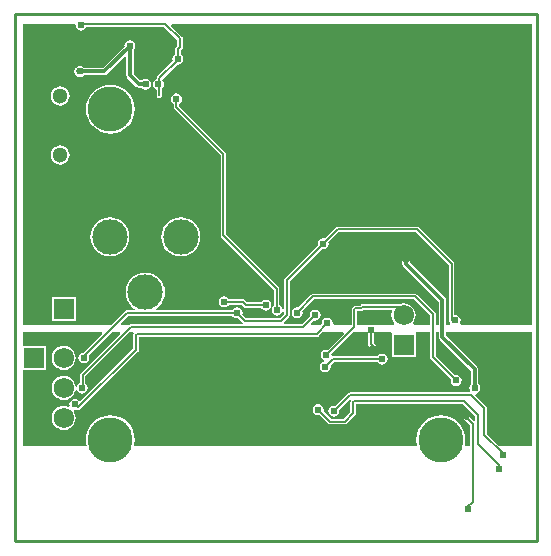
<source format=gbl>
G04*
G04 #@! TF.GenerationSoftware,Altium Limited,Altium Designer,19.1.7 (138)*
G04*
G04 Layer_Physical_Order=2*
G04 Layer_Color=16711680*
%FSLAX44Y44*%
%MOMM*%
G71*
G01*
G75*
%ADD10C,0.2540*%
%ADD76C,0.1524*%
%ADD77C,0.3000*%
%ADD79C,3.0000*%
%ADD80C,1.3000*%
%ADD81C,1.7250*%
%ADD82R,1.7250X1.7250*%
%ADD83R,1.7250X1.7250*%
%ADD84C,0.6096*%
%ADD85C,1.2700*%
%ADD86C,0.5000*%
%ADD87C,3.8100*%
G36*
X57613Y-291033D02*
Y-338074D01*
X57791Y-338966D01*
X58296Y-339722D01*
X58835Y-340083D01*
X58961Y-340270D01*
X58282Y-341540D01*
X55153D01*
Y-320802D01*
X54918Y-319622D01*
X54250Y-318622D01*
X54250Y-318622D01*
X24419Y-288791D01*
Y-282702D01*
X24185Y-281522D01*
X23516Y-280522D01*
X22516Y-279853D01*
X21336Y-279619D01*
X20156Y-279853D01*
X19156Y-280522D01*
X18487Y-281522D01*
X18253Y-282702D01*
Y-290068D01*
X18253Y-290068D01*
X18487Y-291248D01*
X19156Y-292248D01*
X48987Y-322079D01*
Y-341540D01*
X46527D01*
Y-332617D01*
X46349Y-331725D01*
X45844Y-330969D01*
X30981Y-316106D01*
X30225Y-315601D01*
X29333Y-315423D01*
X-57150D01*
X-58042Y-315601D01*
X-58798Y-316106D01*
X-69727Y-327035D01*
X-70866Y-326808D01*
X-72650Y-327163D01*
X-74162Y-328174D01*
X-75173Y-329686D01*
X-75528Y-331470D01*
X-75173Y-333254D01*
X-74162Y-334766D01*
X-72650Y-335777D01*
X-70866Y-336132D01*
X-69082Y-335777D01*
X-67570Y-334766D01*
X-66559Y-333254D01*
X-66204Y-331470D01*
X-66431Y-330331D01*
X-56185Y-320085D01*
X28368D01*
X41865Y-333582D01*
Y-341540D01*
X27724D01*
X27098Y-340270D01*
X28169Y-338874D01*
X29192Y-336405D01*
X29541Y-333756D01*
X29192Y-331107D01*
X28169Y-328638D01*
X26542Y-326518D01*
X24422Y-324891D01*
X21953Y-323868D01*
X19304Y-323519D01*
X16655Y-323868D01*
X15580Y-324313D01*
X-15494D01*
X-16386Y-324491D01*
X-17142Y-324996D01*
X-17729Y-325583D01*
X-21459D01*
X-22351Y-325761D01*
X-23107Y-326266D01*
X-24000Y-327159D01*
X-24505Y-327915D01*
X-24683Y-328807D01*
Y-341540D01*
X-39784D01*
X-40590Y-340559D01*
X-40550Y-340360D01*
X-40905Y-338576D01*
X-41916Y-337064D01*
X-43428Y-336053D01*
X-45212Y-335698D01*
X-46996Y-336053D01*
X-48508Y-337064D01*
X-49519Y-338576D01*
X-49874Y-340360D01*
X-50934Y-341540D01*
X-58709D01*
X-59195Y-340367D01*
X-56765Y-337937D01*
X-55626Y-338164D01*
X-53842Y-337809D01*
X-52330Y-336798D01*
X-51319Y-335286D01*
X-50964Y-333502D01*
X-51319Y-331718D01*
X-52330Y-330206D01*
X-53842Y-329195D01*
X-55626Y-328840D01*
X-57410Y-329195D01*
X-58922Y-330206D01*
X-59933Y-331718D01*
X-60288Y-333502D01*
X-60061Y-334641D01*
X-66497Y-341077D01*
X-81725D01*
X-82251Y-339807D01*
X-77854Y-335410D01*
X-77349Y-334654D01*
X-77171Y-333762D01*
Y-304749D01*
X-49907Y-277485D01*
X-48768Y-277712D01*
X-46984Y-277357D01*
X-45472Y-276346D01*
X-44461Y-274834D01*
X-44106Y-273050D01*
X-44333Y-271911D01*
X-35610Y-263189D01*
X29769D01*
X57613Y-291033D01*
D02*
G37*
G36*
X-124962Y-335020D02*
X-123450Y-336031D01*
X-121666Y-336386D01*
X-120527Y-336159D01*
X-116879Y-339807D01*
X-117405Y-341077D01*
X-211582D01*
X-212474Y-341255D01*
X-212902Y-341540D01*
X-219745D01*
X-220231Y-340367D01*
X-213943Y-334079D01*
X-125591D01*
X-124962Y-335020D01*
D02*
G37*
G36*
X9862Y-330031D02*
X9416Y-331107D01*
X9067Y-333756D01*
X9416Y-336405D01*
X10439Y-338874D01*
X11510Y-340270D01*
X10884Y-341540D01*
X-20021D01*
Y-330245D01*
X-16764D01*
X-15872Y-330067D01*
X-15116Y-329562D01*
X-14529Y-328975D01*
X9156D01*
X9862Y-330031D01*
D02*
G37*
G36*
X-258779Y-87376D02*
X-258154Y-88138D01*
X-257799Y-89922D01*
X-256788Y-91434D01*
X-255276Y-92445D01*
X-253492Y-92800D01*
X-251708Y-92445D01*
X-250196Y-91434D01*
X-249185Y-89922D01*
X-249041Y-89199D01*
X-183337D01*
X-172257Y-100279D01*
Y-105858D01*
X-173352Y-106953D01*
X-173857Y-107710D01*
X-174035Y-108601D01*
Y-112899D01*
X-175000Y-113544D01*
X-176011Y-115056D01*
X-176366Y-116840D01*
X-176055Y-118403D01*
X-189100Y-131448D01*
X-189605Y-132204D01*
X-189783Y-133096D01*
Y-133827D01*
X-189998Y-133869D01*
X-191510Y-134880D01*
X-192521Y-136392D01*
X-192876Y-138176D01*
X-192521Y-139960D01*
X-191510Y-141472D01*
X-189998Y-142483D01*
X-189783Y-142526D01*
Y-147574D01*
X-189605Y-148466D01*
X-189100Y-149222D01*
X-188344Y-149727D01*
X-187452Y-149905D01*
X-186560Y-149727D01*
X-185804Y-149222D01*
X-185299Y-148466D01*
X-185121Y-147574D01*
Y-141608D01*
X-184918Y-141472D01*
X-183907Y-139960D01*
X-183552Y-138176D01*
X-183907Y-136392D01*
X-184918Y-134880D01*
X-184693Y-133633D01*
X-172419Y-121359D01*
X-171704Y-121502D01*
X-169920Y-121147D01*
X-168408Y-120136D01*
X-167397Y-118624D01*
X-167042Y-116840D01*
X-167397Y-115056D01*
X-168408Y-113544D01*
X-169373Y-112899D01*
Y-109567D01*
X-168278Y-108471D01*
X-167773Y-107715D01*
X-167595Y-106823D01*
Y-99314D01*
X-167773Y-98422D01*
X-168278Y-97666D01*
X-177395Y-88549D01*
X-176908Y-87376D01*
X127762Y-87376D01*
X127762Y-341540D01*
X67702D01*
X67023Y-340270D01*
X67299Y-339858D01*
X67654Y-338074D01*
X67299Y-336290D01*
X66288Y-334778D01*
X64776Y-333767D01*
X62992Y-333412D01*
X62275Y-332824D01*
Y-290068D01*
X62097Y-289176D01*
X61592Y-288420D01*
X32382Y-259210D01*
X31626Y-258705D01*
X30734Y-258527D01*
X-36576D01*
X-37468Y-258705D01*
X-38224Y-259210D01*
X-47629Y-268615D01*
X-48768Y-268388D01*
X-50552Y-268743D01*
X-52064Y-269754D01*
X-53075Y-271266D01*
X-53430Y-273050D01*
X-53203Y-274189D01*
X-81150Y-302136D01*
X-81655Y-302892D01*
X-81833Y-303784D01*
Y-328280D01*
X-83103Y-328405D01*
X-83235Y-327743D01*
X-84245Y-326231D01*
X-85757Y-325220D01*
X-85884Y-325195D01*
Y-311073D01*
X-86061Y-310181D01*
X-86566Y-309425D01*
X-130949Y-265043D01*
Y-197175D01*
X-131126Y-196283D01*
X-131631Y-195527D01*
X-170671Y-156487D01*
Y-154426D01*
X-169705Y-153781D01*
X-168695Y-152269D01*
X-168340Y-150485D01*
X-168695Y-148701D01*
X-169705Y-147189D01*
X-171218Y-146178D01*
X-173001Y-145823D01*
X-174785Y-146178D01*
X-176298Y-147189D01*
X-177308Y-148701D01*
X-177663Y-150485D01*
X-177308Y-152269D01*
X-176298Y-153781D01*
X-175332Y-154426D01*
Y-157452D01*
X-175155Y-158344D01*
X-174650Y-159101D01*
X-135610Y-198140D01*
Y-266009D01*
X-135433Y-266901D01*
X-134928Y-267657D01*
X-90545Y-312039D01*
Y-326035D01*
X-90837Y-326231D01*
X-91848Y-327743D01*
X-92203Y-329527D01*
X-91848Y-331311D01*
X-90837Y-332823D01*
X-89325Y-333833D01*
X-87541Y-334188D01*
X-85757Y-333833D01*
X-84245Y-332823D01*
X-83235Y-331311D01*
X-83103Y-330648D01*
X-81833Y-330773D01*
Y-332796D01*
X-85288Y-336251D01*
X-113843D01*
X-117231Y-332863D01*
X-117004Y-331724D01*
X-117359Y-329940D01*
X-118370Y-328428D01*
X-119882Y-327417D01*
X-121666Y-327062D01*
X-123450Y-327417D01*
X-124962Y-328428D01*
X-125623Y-329417D01*
X-190150D01*
X-190458Y-328185D01*
X-190137Y-328014D01*
X-187621Y-325949D01*
X-185556Y-323433D01*
X-184022Y-320562D01*
X-183077Y-317447D01*
X-182758Y-314208D01*
X-183077Y-310969D01*
X-184022Y-307854D01*
X-185556Y-304983D01*
X-187621Y-302467D01*
X-190137Y-300402D01*
X-193008Y-298868D01*
X-196123Y-297923D01*
X-199362Y-297604D01*
X-202601Y-297923D01*
X-205716Y-298868D01*
X-208587Y-300402D01*
X-211103Y-302467D01*
X-213168Y-304983D01*
X-214702Y-307854D01*
X-215647Y-310969D01*
X-215966Y-314208D01*
X-215647Y-317447D01*
X-214702Y-320562D01*
X-213168Y-323433D01*
X-211103Y-325949D01*
X-208587Y-328014D01*
X-208266Y-328185D01*
X-208574Y-329417D01*
X-214908D01*
X-215800Y-329595D01*
X-216556Y-330100D01*
X-227997Y-341540D01*
X-303022D01*
X-303022Y-87376D01*
X-258779D01*
D02*
G37*
G36*
X48987Y-352044D02*
X48987Y-352044D01*
X49222Y-353224D01*
X49890Y-354224D01*
X76419Y-380753D01*
Y-392039D01*
X76206Y-392182D01*
X75195Y-393694D01*
X74840Y-395478D01*
X75195Y-397262D01*
X75501Y-397719D01*
X74822Y-398989D01*
X-26162D01*
X-27054Y-399167D01*
X-27810Y-399672D01*
X-38485Y-410347D01*
X-39624Y-410120D01*
X-41408Y-410475D01*
X-42920Y-411486D01*
X-43931Y-412998D01*
X-44286Y-414782D01*
X-43931Y-416566D01*
X-42920Y-418078D01*
X-41408Y-419089D01*
X-39624Y-419444D01*
X-37840Y-419089D01*
X-36328Y-418078D01*
X-35317Y-416566D01*
X-34962Y-414782D01*
X-35189Y-413643D01*
X-26081Y-404535D01*
X-25943Y-404562D01*
X-25885Y-404614D01*
X-25400Y-405965D01*
X-25521Y-406147D01*
X-25699Y-407039D01*
Y-415849D01*
X-31191Y-421341D01*
X-41707D01*
X-48397Y-414651D01*
X-48170Y-413512D01*
X-48525Y-411728D01*
X-49536Y-410216D01*
X-51048Y-409205D01*
X-52832Y-408850D01*
X-54616Y-409205D01*
X-56128Y-410216D01*
X-57139Y-411728D01*
X-57494Y-413512D01*
X-57139Y-415296D01*
X-56128Y-416808D01*
X-54616Y-417819D01*
X-52832Y-418174D01*
X-51693Y-417947D01*
X-44320Y-425320D01*
X-43564Y-425825D01*
X-42672Y-426003D01*
X-30226D01*
X-29334Y-425825D01*
X-28578Y-425320D01*
X-21720Y-418462D01*
X-21215Y-417706D01*
X-21037Y-416814D01*
Y-408477D01*
X69557D01*
X79965Y-418885D01*
Y-422599D01*
X78695Y-423125D01*
X74038Y-418468D01*
X73282Y-417963D01*
X72390Y-417785D01*
X71498Y-417963D01*
X70742Y-418468D01*
X70237Y-419224D01*
X70059Y-420116D01*
X70237Y-421008D01*
X70742Y-421764D01*
X75647Y-426669D01*
Y-444500D01*
X71783D01*
X71026Y-443480D01*
X71140Y-443103D01*
X71538Y-439070D01*
X71140Y-435037D01*
X69964Y-431159D01*
X68053Y-427584D01*
X65482Y-424452D01*
X62350Y-421881D01*
X58775Y-419970D01*
X54897Y-418794D01*
X50864Y-418396D01*
X46831Y-418794D01*
X42953Y-419970D01*
X39378Y-421881D01*
X36246Y-424452D01*
X33675Y-427584D01*
X31764Y-431159D01*
X30588Y-435037D01*
X30190Y-439070D01*
X30588Y-443103D01*
X30702Y-443480D01*
X29945Y-444500D01*
X-207975Y-444500D01*
X-208732Y-443480D01*
X-208618Y-443103D01*
X-208221Y-439070D01*
X-208618Y-435037D01*
X-209794Y-431159D01*
X-211705Y-427584D01*
X-214276Y-424452D01*
X-217408Y-421881D01*
X-220983Y-419970D01*
X-224861Y-418794D01*
X-228894Y-418396D01*
X-232927Y-418794D01*
X-236805Y-419970D01*
X-240380Y-421881D01*
X-243512Y-424452D01*
X-246083Y-427584D01*
X-247994Y-431159D01*
X-249170Y-435037D01*
X-249568Y-439070D01*
X-249170Y-443103D01*
X-249056Y-443480D01*
X-249813Y-444500D01*
X-302514D01*
Y-379973D01*
X-283729D01*
Y-359675D01*
X-302514D01*
Y-347980D01*
X-236096D01*
X-235610Y-349153D01*
X-251658Y-365202D01*
X-253244Y-365517D01*
X-254756Y-366528D01*
X-255767Y-368040D01*
X-256122Y-369824D01*
X-255767Y-371608D01*
X-254756Y-373120D01*
X-253244Y-374131D01*
X-251460Y-374486D01*
X-249676Y-374131D01*
X-248164Y-373120D01*
X-247153Y-371608D01*
X-246798Y-369824D01*
X-247153Y-368040D01*
X-247454Y-367590D01*
X-227844Y-347980D01*
X-221110D01*
X-220624Y-349153D01*
X-254124Y-382654D01*
X-254629Y-383410D01*
X-254807Y-384302D01*
Y-391367D01*
X-256026Y-392182D01*
X-257037Y-393694D01*
X-257112Y-394073D01*
X-258398Y-394031D01*
X-258590Y-392575D01*
X-259613Y-390106D01*
X-261240Y-387986D01*
X-263360Y-386359D01*
X-265829Y-385336D01*
X-268478Y-384987D01*
X-271127Y-385336D01*
X-273596Y-386359D01*
X-275716Y-387986D01*
X-277343Y-390106D01*
X-278366Y-392575D01*
X-278715Y-395224D01*
X-278366Y-397873D01*
X-277343Y-400342D01*
X-275716Y-402462D01*
X-273596Y-404089D01*
X-271127Y-405112D01*
X-268478Y-405461D01*
X-265829Y-405112D01*
X-263360Y-404089D01*
X-261240Y-402462D01*
X-259613Y-400342D01*
X-258590Y-397873D01*
X-258439Y-396723D01*
X-257152Y-396681D01*
X-257037Y-397262D01*
X-256026Y-398774D01*
X-254514Y-399785D01*
X-252730Y-400140D01*
X-250946Y-399785D01*
X-249434Y-398774D01*
X-248423Y-397262D01*
X-248068Y-395478D01*
X-248423Y-393694D01*
X-249434Y-392182D01*
X-250145Y-391706D01*
Y-385267D01*
X-212858Y-347980D01*
X-209874D01*
X-209247Y-349250D01*
X-209417Y-349505D01*
X-209595Y-350397D01*
Y-361746D01*
X-254260Y-406412D01*
X-255524Y-406287D01*
X-255784Y-405898D01*
X-257296Y-404887D01*
X-259080Y-404532D01*
X-260864Y-404887D01*
X-262376Y-405898D01*
X-263387Y-407410D01*
X-263742Y-409194D01*
X-263518Y-410319D01*
X-264627Y-411234D01*
X-265829Y-410736D01*
X-268478Y-410387D01*
X-271127Y-410736D01*
X-273596Y-411759D01*
X-275716Y-413386D01*
X-277343Y-415506D01*
X-278366Y-417975D01*
X-278715Y-420624D01*
X-278366Y-423273D01*
X-277343Y-425742D01*
X-275716Y-427862D01*
X-273596Y-429489D01*
X-271127Y-430512D01*
X-268478Y-430861D01*
X-265829Y-430512D01*
X-263360Y-429489D01*
X-261240Y-427862D01*
X-259613Y-425742D01*
X-258590Y-423273D01*
X-258241Y-420624D01*
X-258590Y-417975D01*
X-259613Y-415506D01*
X-260030Y-414961D01*
X-259314Y-413809D01*
X-259080Y-413856D01*
X-257414Y-413524D01*
X-257055Y-413764D01*
X-256163Y-413941D01*
X-255271Y-413764D01*
X-254515Y-413259D01*
X-254515Y-413259D01*
X-205616Y-364360D01*
X-205111Y-363604D01*
X-204933Y-362712D01*
Y-351835D01*
X-54356D01*
X-53464Y-351657D01*
X-52708Y-351152D01*
X-49536Y-347980D01*
X-31626D01*
X-31140Y-349153D01*
X-45089Y-363103D01*
X-46228Y-362876D01*
X-48012Y-363231D01*
X-49524Y-364242D01*
X-50535Y-365754D01*
X-50890Y-367538D01*
X-50535Y-369322D01*
X-49524Y-370834D01*
X-48189Y-371726D01*
X-48168Y-372447D01*
X-48323Y-373048D01*
X-48774Y-373137D01*
X-50286Y-374148D01*
X-51297Y-375660D01*
X-51652Y-377444D01*
X-51297Y-379228D01*
X-50286Y-380740D01*
X-48774Y-381751D01*
X-46990Y-382106D01*
X-45206Y-381751D01*
X-43694Y-380740D01*
X-42683Y-379228D01*
X-42328Y-377444D01*
X-42555Y-376305D01*
X-39420Y-373171D01*
X-2671D01*
X-2026Y-374136D01*
X-514Y-375147D01*
X1270Y-375502D01*
X3054Y-375147D01*
X4566Y-374136D01*
X5577Y-372624D01*
X5932Y-370840D01*
X5577Y-369056D01*
X4566Y-367544D01*
X3054Y-366533D01*
X1270Y-366178D01*
X-514Y-366533D01*
X-2026Y-367544D01*
X-2671Y-368509D01*
X-40386D01*
X-40468Y-368526D01*
X-41538Y-367564D01*
X-41736Y-366342D01*
X-23374Y-347980D01*
X-10713D01*
Y-358394D01*
X-10535Y-359286D01*
X-10030Y-360042D01*
X-8657Y-361415D01*
X-8757Y-361566D01*
X-8935Y-362458D01*
X-8757Y-363350D01*
X-8252Y-364106D01*
X-7496Y-364611D01*
X-6604Y-364789D01*
X-5712Y-364611D01*
X-4956Y-364106D01*
X-4444Y-363594D01*
X-3939Y-362838D01*
X-3762Y-361946D01*
Y-360684D01*
X-3939Y-359792D01*
X-4444Y-359036D01*
X-6051Y-357429D01*
Y-347980D01*
X8568D01*
X9155Y-349250D01*
Y-369305D01*
X29453D01*
Y-349250D01*
X29453Y-349007D01*
X30040Y-347980D01*
X41865D01*
Y-369062D01*
X42043Y-369954D01*
X42548Y-370710D01*
X59573Y-387735D01*
X59346Y-388874D01*
X59701Y-390658D01*
X60712Y-392170D01*
X62224Y-393181D01*
X64008Y-393536D01*
X65792Y-393181D01*
X67304Y-392170D01*
X68315Y-390658D01*
X68670Y-388874D01*
X68315Y-387090D01*
X67304Y-385578D01*
X65792Y-384567D01*
X64008Y-384212D01*
X62869Y-384439D01*
X46527Y-368097D01*
Y-347980D01*
X48987D01*
Y-352044D01*
D02*
G37*
G36*
X127857Y-444500D02*
X100324D01*
X89707Y-433883D01*
Y-412247D01*
X89529Y-411355D01*
X89024Y-410599D01*
X79800Y-401375D01*
X80218Y-399997D01*
X81286Y-399785D01*
X82798Y-398774D01*
X83809Y-397262D01*
X84164Y-395478D01*
X83809Y-393694D01*
X82798Y-392182D01*
X82585Y-392039D01*
Y-379476D01*
X82585Y-379476D01*
X82351Y-378296D01*
X81682Y-377296D01*
X81682Y-377296D01*
X55153Y-350767D01*
Y-347980D01*
X127857D01*
Y-444500D01*
D02*
G37*
%LPC*%
G36*
X-212344Y-100748D02*
X-214128Y-101103D01*
X-215640Y-102114D01*
X-216651Y-103626D01*
X-217006Y-105410D01*
X-216956Y-105661D01*
X-235211Y-123917D01*
X-251527D01*
X-252978Y-122947D01*
X-254762Y-122592D01*
X-256546Y-122947D01*
X-258058Y-123958D01*
X-258565Y-124716D01*
X-258720Y-124820D01*
X-259389Y-125820D01*
X-259406Y-125908D01*
X-259709Y-126362D01*
X-259887Y-127254D01*
X-259709Y-128146D01*
X-259204Y-128902D01*
X-259079Y-128986D01*
X-259069Y-129038D01*
X-258058Y-130550D01*
X-256546Y-131561D01*
X-254762Y-131916D01*
X-252978Y-131561D01*
X-251466Y-130550D01*
X-251154Y-130083D01*
X-233934D01*
X-233934Y-130083D01*
X-232754Y-129848D01*
X-231754Y-129180D01*
X-216601Y-114027D01*
X-215427Y-114513D01*
Y-130302D01*
X-215427Y-130302D01*
X-215193Y-131482D01*
X-214524Y-132482D01*
X-206904Y-140102D01*
X-205904Y-140771D01*
X-204724Y-141005D01*
X-204724Y-141005D01*
X-202744D01*
X-202432Y-141472D01*
X-200920Y-142483D01*
X-199136Y-142838D01*
X-197352Y-142483D01*
X-195840Y-141472D01*
X-194829Y-139960D01*
X-194474Y-138176D01*
X-194829Y-136392D01*
X-195840Y-134880D01*
X-197352Y-133869D01*
X-199136Y-133514D01*
X-200920Y-133869D01*
X-202371Y-134839D01*
X-203447D01*
X-209261Y-129025D01*
Y-108848D01*
X-209048Y-108706D01*
X-208037Y-107194D01*
X-207682Y-105410D01*
X-208037Y-103626D01*
X-209048Y-102114D01*
X-210560Y-101103D01*
X-212344Y-100748D01*
D02*
G37*
G36*
X-271472Y-139881D02*
X-273567Y-140156D01*
X-275519Y-140965D01*
X-277195Y-142251D01*
X-278481Y-143927D01*
X-279289Y-145879D01*
X-279565Y-147974D01*
X-279289Y-150069D01*
X-278481Y-152021D01*
X-277195Y-153697D01*
X-275519Y-154983D01*
X-273567Y-155792D01*
X-271472Y-156067D01*
X-269377Y-155792D01*
X-267425Y-154983D01*
X-265749Y-153697D01*
X-264463Y-152021D01*
X-263654Y-150069D01*
X-263379Y-147974D01*
X-263654Y-145879D01*
X-264463Y-143927D01*
X-265749Y-142251D01*
X-267425Y-140965D01*
X-269377Y-140156D01*
X-271472Y-139881D01*
D02*
G37*
G36*
X-228890Y-138433D02*
X-232923Y-138830D01*
X-236801Y-140006D01*
X-240376Y-141917D01*
X-243508Y-144488D01*
X-246079Y-147620D01*
X-247990Y-151195D01*
X-249166Y-155073D01*
X-249564Y-159106D01*
X-249166Y-163139D01*
X-247990Y-167017D01*
X-246079Y-170592D01*
X-243508Y-173724D01*
X-240376Y-176295D01*
X-236801Y-178206D01*
X-232923Y-179382D01*
X-228890Y-179779D01*
X-224857Y-179382D01*
X-220979Y-178206D01*
X-217404Y-176295D01*
X-214272Y-173724D01*
X-211701Y-170592D01*
X-209790Y-167017D01*
X-208614Y-163139D01*
X-208216Y-159106D01*
X-208614Y-155073D01*
X-209790Y-151195D01*
X-211701Y-147620D01*
X-214272Y-144488D01*
X-217404Y-141917D01*
X-220979Y-140006D01*
X-224857Y-138830D01*
X-228890Y-138433D01*
D02*
G37*
G36*
X-271472Y-189881D02*
X-273567Y-190156D01*
X-275519Y-190965D01*
X-277195Y-192251D01*
X-278481Y-193927D01*
X-279289Y-195879D01*
X-279565Y-197974D01*
X-279289Y-200069D01*
X-278481Y-202021D01*
X-277195Y-203697D01*
X-275519Y-204983D01*
X-273567Y-205791D01*
X-271472Y-206067D01*
X-269377Y-205791D01*
X-267425Y-204983D01*
X-265749Y-203697D01*
X-264463Y-202021D01*
X-263654Y-200069D01*
X-263379Y-197974D01*
X-263654Y-195879D01*
X-264463Y-193927D01*
X-265749Y-192251D01*
X-267425Y-190965D01*
X-269377Y-190156D01*
X-271472Y-189881D01*
D02*
G37*
G36*
X-169362Y-250604D02*
X-172601Y-250923D01*
X-175716Y-251868D01*
X-178587Y-253402D01*
X-181103Y-255467D01*
X-183168Y-257983D01*
X-184702Y-260854D01*
X-185647Y-263969D01*
X-185966Y-267208D01*
X-185647Y-270447D01*
X-184702Y-273562D01*
X-183168Y-276433D01*
X-181103Y-278949D01*
X-178587Y-281014D01*
X-175716Y-282548D01*
X-172601Y-283493D01*
X-169362Y-283812D01*
X-166123Y-283493D01*
X-163008Y-282548D01*
X-160137Y-281014D01*
X-157621Y-278949D01*
X-155556Y-276433D01*
X-154022Y-273562D01*
X-153077Y-270447D01*
X-152758Y-267208D01*
X-153077Y-263969D01*
X-154022Y-260854D01*
X-155556Y-257983D01*
X-157621Y-255467D01*
X-160137Y-253402D01*
X-163008Y-251868D01*
X-166123Y-250923D01*
X-169362Y-250604D01*
D02*
G37*
G36*
X-229362D02*
X-232601Y-250923D01*
X-235716Y-251868D01*
X-238587Y-253402D01*
X-241103Y-255467D01*
X-243168Y-257983D01*
X-244702Y-260854D01*
X-245647Y-263969D01*
X-245966Y-267208D01*
X-245647Y-270447D01*
X-244702Y-273562D01*
X-243168Y-276433D01*
X-241103Y-278949D01*
X-238587Y-281014D01*
X-235716Y-282548D01*
X-232601Y-283493D01*
X-229362Y-283812D01*
X-226123Y-283493D01*
X-223008Y-282548D01*
X-220137Y-281014D01*
X-217621Y-278949D01*
X-215556Y-276433D01*
X-214022Y-273562D01*
X-213077Y-270447D01*
X-212758Y-267208D01*
X-213077Y-263969D01*
X-214022Y-260854D01*
X-215556Y-257983D01*
X-217621Y-255467D01*
X-220137Y-253402D01*
X-223008Y-251868D01*
X-226123Y-250923D01*
X-229362Y-250604D01*
D02*
G37*
G36*
X-132588Y-317664D02*
X-134372Y-318019D01*
X-135884Y-319030D01*
X-136895Y-320542D01*
X-137250Y-322326D01*
X-136895Y-324110D01*
X-135884Y-325622D01*
X-134372Y-326633D01*
X-132588Y-326988D01*
X-130804Y-326633D01*
X-129292Y-325622D01*
X-128647Y-324657D01*
X-117805D01*
X-115694Y-326768D01*
X-114938Y-327273D01*
X-114046Y-327451D01*
X-101223D01*
X-100578Y-328416D01*
X-99066Y-329427D01*
X-97282Y-329782D01*
X-95498Y-329427D01*
X-93986Y-328416D01*
X-92975Y-326904D01*
X-92620Y-325120D01*
X-92975Y-323336D01*
X-93986Y-321824D01*
X-95498Y-320813D01*
X-97282Y-320458D01*
X-99066Y-320813D01*
X-100578Y-321824D01*
X-101223Y-322789D01*
X-113081D01*
X-115192Y-320678D01*
X-115948Y-320173D01*
X-116840Y-319995D01*
X-128647D01*
X-129292Y-319030D01*
X-130804Y-318019D01*
X-132588Y-317664D01*
D02*
G37*
G36*
X-258075Y-318527D02*
X-278373D01*
Y-338825D01*
X-258075D01*
Y-318527D01*
D02*
G37*
G36*
X-268478Y-359587D02*
X-271127Y-359936D01*
X-273596Y-360959D01*
X-275716Y-362586D01*
X-277343Y-364706D01*
X-278366Y-367175D01*
X-278715Y-369824D01*
X-278366Y-372473D01*
X-277343Y-374942D01*
X-275716Y-377062D01*
X-273596Y-378689D01*
X-271127Y-379712D01*
X-268478Y-380061D01*
X-265829Y-379712D01*
X-263360Y-378689D01*
X-261240Y-377062D01*
X-259613Y-374942D01*
X-258590Y-372473D01*
X-258241Y-369824D01*
X-258590Y-367175D01*
X-259613Y-364706D01*
X-261240Y-362586D01*
X-263360Y-360959D01*
X-265829Y-359936D01*
X-268478Y-359587D01*
D02*
G37*
%LPD*%
D10*
X-310000Y-79000D02*
X132000D01*
X-310000Y-525000D02*
Y-79000D01*
X132000Y-525000D02*
Y-79000D01*
X-310000Y-525000D02*
X132000D01*
D76*
X-173001Y-157452D02*
X-133279Y-197175D01*
X-173001Y-157452D02*
Y-150485D01*
X-133279Y-266009D02*
Y-197175D01*
X-253492Y-88138D02*
X-252046D01*
X-250776Y-86868D01*
X-182372D01*
X44196Y-369062D02*
Y-332617D01*
Y-369062D02*
X64008Y-388874D01*
X30734Y-260858D02*
X59944Y-290068D01*
X-36576Y-260858D02*
X30734D01*
X59944Y-338074D02*
Y-290068D01*
Y-338074D02*
X62992D01*
X-48768Y-273050D02*
X-36576Y-260858D01*
X73402Y-497582D02*
X73914Y-498094D01*
X73402Y-497582D02*
Y-496320D01*
X77978Y-491744D01*
Y-425704D01*
X72390Y-420116D02*
X77978Y-425704D01*
X100330Y-464058D02*
Y-460756D01*
X82296Y-442722D02*
X100330Y-460756D01*
X82296Y-442722D02*
Y-417920D01*
X-6604Y-362458D02*
X-6092Y-361946D01*
Y-360684D01*
X-8382Y-358394D02*
X-6092Y-360684D01*
X-40386Y-370840D02*
X1270D01*
X-46990Y-377444D02*
X-40386Y-370840D01*
X-8382Y-358394D02*
Y-346456D01*
X-79502Y-333762D02*
Y-303784D01*
X-84322Y-338582D02*
X-79502Y-333762D01*
X-114808Y-338582D02*
X-84322D01*
X-88215Y-328853D02*
X-87541Y-329527D01*
X-88215Y-328853D02*
Y-311073D01*
X-251968Y-369316D02*
X-251460Y-369824D01*
X-251968Y-369316D02*
Y-368808D01*
X-252476Y-384302D02*
X-211582Y-343408D01*
X-252476Y-395224D02*
Y-384302D01*
X-211582Y-343408D02*
X-65532D01*
X-251968Y-368808D02*
X-214908Y-331748D01*
X-121690D01*
X-121666Y-331724D01*
X-114808Y-338582D01*
X-79502Y-303784D02*
X-48768Y-273050D01*
X-65532Y-343408D02*
X-55626Y-333502D01*
X-206371Y-349504D02*
X-54356D01*
X29333Y-317754D02*
X44196Y-332617D01*
X-26162Y-401320D02*
X76449D01*
X-22475Y-406146D02*
X70522D01*
X76449Y-401320D02*
X87376Y-412247D01*
X-23368Y-407039D02*
X-22475Y-406146D01*
X70522D02*
X82296Y-417920D01*
X-39624Y-414782D02*
X-26162Y-401320D01*
X-23368Y-416814D02*
Y-407039D01*
X87376Y-434848D02*
Y-412247D01*
X-42672Y-423672D02*
X-30226D01*
X-23368Y-416814D01*
X87376Y-434848D02*
X103124Y-450596D01*
Y-451866D02*
Y-450596D01*
X-57150Y-317754D02*
X29333D01*
X-70866Y-331470D02*
X-57150Y-317754D01*
X-52832Y-413512D02*
X-42672Y-423672D01*
X-133279Y-266009D02*
X-88215Y-311073D01*
X-132588Y-322326D02*
X-116840D01*
X-256163Y-411611D02*
X-207264Y-362712D01*
Y-350397D02*
X-206371Y-349504D01*
X-207264Y-362712D02*
Y-350397D01*
X-54356Y-349504D02*
X-45212Y-340360D01*
X-116840Y-322326D02*
X-114046Y-325120D01*
X-97282D01*
X16256Y-326644D02*
X19304Y-329692D01*
Y-333756D02*
Y-329692D01*
X-15494Y-326644D02*
X16256D01*
X-16764Y-327914D02*
X-15494Y-326644D01*
X-21459Y-327914D02*
X-16764D01*
X-22352Y-328807D02*
X-21459Y-327914D01*
X-22352Y-343662D02*
Y-328807D01*
X-46228Y-367538D02*
X-22352Y-343662D01*
X-258580Y-409194D02*
X-256163Y-411611D01*
X-259080Y-409194D02*
X-258580D01*
X-252730Y-395478D02*
X-252476Y-395224D01*
X-171704Y-117348D02*
Y-116840D01*
X-187452Y-133096D02*
X-171704Y-117348D01*
Y-116840D02*
Y-108601D01*
X-169926Y-106823D02*
Y-99314D01*
X-171704Y-108601D02*
X-169926Y-106823D01*
X-182372Y-86868D02*
X-169926Y-99314D01*
X-187452Y-147574D02*
Y-133096D01*
X-257556Y-127254D02*
X-256794D01*
X-256540Y-127000D01*
D77*
X-204724Y-137922D02*
X-199390D01*
X-199136Y-138176D01*
X-212344Y-130302D02*
X-204724Y-137922D01*
X-256540Y-127000D02*
X-233934D01*
X21336Y-290068D02*
Y-282702D01*
Y-290068D02*
X52070Y-320802D01*
Y-352044D02*
Y-320802D01*
Y-352044D02*
X79502Y-379476D01*
Y-395478D02*
Y-379476D01*
X-212344Y-130302D02*
Y-105410D01*
X-233934Y-127000D02*
X-212344Y-105410D01*
D79*
X-169362Y-267208D02*
D03*
X-229362D02*
D03*
X-199362Y-314208D02*
D03*
D80*
X-271472Y-197974D02*
D03*
Y-172974D02*
D03*
Y-147974D02*
D03*
D81*
X-268478Y-420624D02*
D03*
X-293878D02*
D03*
X-268478Y-395224D02*
D03*
X-293878D02*
D03*
X-268478Y-369824D02*
D03*
X19304Y-333756D02*
D03*
X-293624Y-328676D02*
D03*
D82*
X-293878Y-369824D02*
D03*
X19304Y-359156D02*
D03*
D83*
X-268224Y-328676D02*
D03*
D84*
X-173001Y-150485D02*
D03*
X-188214Y-138176D02*
D03*
X-199136D02*
D03*
X-253492Y-88138D02*
D03*
X64008Y-388874D02*
D03*
X73914Y-498094D02*
D03*
X-6604Y-362458D02*
D03*
X-8382Y-346456D02*
D03*
X1270Y-370840D02*
D03*
X-87541Y-329527D02*
D03*
X-251460Y-369824D02*
D03*
X-121666Y-331724D02*
D03*
X-70866Y-331470D02*
D03*
X62992Y-338074D02*
D03*
X-48768Y-273050D02*
D03*
X79502Y-395478D02*
D03*
X100330Y-464058D02*
D03*
X-52832Y-413512D02*
D03*
X103124Y-451866D02*
D03*
X-39624Y-414782D02*
D03*
X-132588Y-322326D02*
D03*
X-97282Y-325120D02*
D03*
X-46228Y-367538D02*
D03*
X-46990Y-377444D02*
D03*
X-45212Y-340360D02*
D03*
X-259080Y-409194D02*
D03*
X-252730Y-395478D02*
D03*
X-55626Y-333502D02*
D03*
X-171704Y-116840D02*
D03*
X-254762Y-127254D02*
D03*
X-212344Y-105410D02*
D03*
D85*
X16510Y-239776D02*
D03*
X21336Y-282702D02*
D03*
X-21844Y-242316D02*
D03*
D86*
X72390Y-420116D02*
D03*
X-176530Y-439674D02*
D03*
X-184912Y-358394D02*
D03*
X-197358Y-369062D02*
D03*
X-207518Y-418592D02*
D03*
X-228111Y-411018D02*
D03*
X-249568Y-419066D02*
D03*
X-299974Y-439928D02*
D03*
X-256286Y-439674D02*
D03*
X-198628D02*
D03*
X-8636D02*
D03*
X22606Y-439166D02*
D03*
D87*
X-228890Y-159106D02*
D03*
X50864Y-439070D02*
D03*
X-228894D02*
D03*
M02*

</source>
